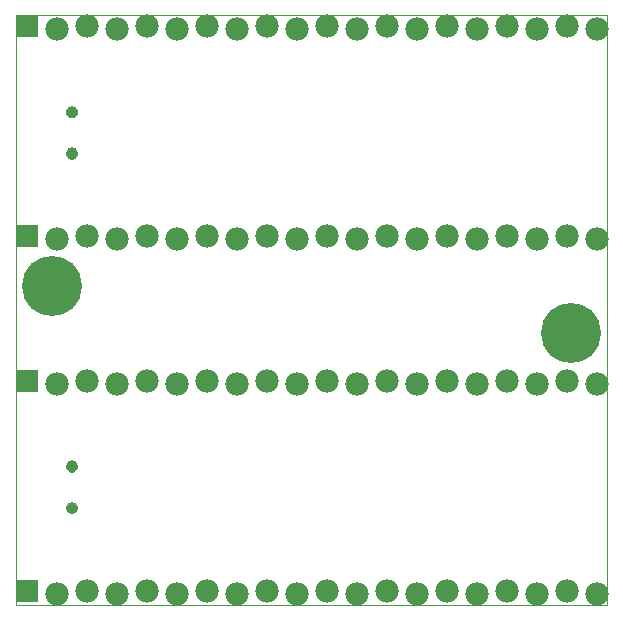
<source format=gbs>
G75*
G70*
%OFA0B0*%
%FSLAX24Y24*%
%IPPOS*%
%LPD*%
%AMOC8*
5,1,8,0,0,1.08239X$1,22.5*
%
%ADD10C,0.0000*%
%ADD11C,0.0394*%
%ADD12R,0.0780X0.0780*%
%ADD13C,0.0780*%
%ADD14C,0.2000*%
D10*
X001657Y006396D02*
X001657Y026081D01*
X021343Y026081D01*
X021343Y006396D01*
X001657Y006396D01*
X003323Y009644D02*
X003325Y009670D01*
X003331Y009696D01*
X003341Y009721D01*
X003354Y009744D01*
X003370Y009764D01*
X003390Y009782D01*
X003412Y009797D01*
X003435Y009809D01*
X003461Y009817D01*
X003487Y009821D01*
X003513Y009821D01*
X003539Y009817D01*
X003565Y009809D01*
X003589Y009797D01*
X003610Y009782D01*
X003630Y009764D01*
X003646Y009744D01*
X003659Y009721D01*
X003669Y009696D01*
X003675Y009670D01*
X003677Y009644D01*
X003675Y009618D01*
X003669Y009592D01*
X003659Y009567D01*
X003646Y009544D01*
X003630Y009524D01*
X003610Y009506D01*
X003588Y009491D01*
X003565Y009479D01*
X003539Y009471D01*
X003513Y009467D01*
X003487Y009467D01*
X003461Y009471D01*
X003435Y009479D01*
X003411Y009491D01*
X003390Y009506D01*
X003370Y009524D01*
X003354Y009544D01*
X003341Y009567D01*
X003331Y009592D01*
X003325Y009618D01*
X003323Y009644D01*
X003323Y011022D02*
X003325Y011048D01*
X003331Y011074D01*
X003341Y011099D01*
X003354Y011122D01*
X003370Y011142D01*
X003390Y011160D01*
X003412Y011175D01*
X003435Y011187D01*
X003461Y011195D01*
X003487Y011199D01*
X003513Y011199D01*
X003539Y011195D01*
X003565Y011187D01*
X003589Y011175D01*
X003610Y011160D01*
X003630Y011142D01*
X003646Y011122D01*
X003659Y011099D01*
X003669Y011074D01*
X003675Y011048D01*
X003677Y011022D01*
X003675Y010996D01*
X003669Y010970D01*
X003659Y010945D01*
X003646Y010922D01*
X003630Y010902D01*
X003610Y010884D01*
X003588Y010869D01*
X003565Y010857D01*
X003539Y010849D01*
X003513Y010845D01*
X003487Y010845D01*
X003461Y010849D01*
X003435Y010857D01*
X003411Y010869D01*
X003390Y010884D01*
X003370Y010902D01*
X003354Y010922D01*
X003341Y010945D01*
X003331Y010970D01*
X003325Y010996D01*
X003323Y011022D01*
X003323Y021455D02*
X003325Y021481D01*
X003331Y021507D01*
X003341Y021532D01*
X003354Y021555D01*
X003370Y021575D01*
X003390Y021593D01*
X003412Y021608D01*
X003435Y021620D01*
X003461Y021628D01*
X003487Y021632D01*
X003513Y021632D01*
X003539Y021628D01*
X003565Y021620D01*
X003589Y021608D01*
X003610Y021593D01*
X003630Y021575D01*
X003646Y021555D01*
X003659Y021532D01*
X003669Y021507D01*
X003675Y021481D01*
X003677Y021455D01*
X003675Y021429D01*
X003669Y021403D01*
X003659Y021378D01*
X003646Y021355D01*
X003630Y021335D01*
X003610Y021317D01*
X003588Y021302D01*
X003565Y021290D01*
X003539Y021282D01*
X003513Y021278D01*
X003487Y021278D01*
X003461Y021282D01*
X003435Y021290D01*
X003411Y021302D01*
X003390Y021317D01*
X003370Y021335D01*
X003354Y021355D01*
X003341Y021378D01*
X003331Y021403D01*
X003325Y021429D01*
X003323Y021455D01*
X003323Y022833D02*
X003325Y022859D01*
X003331Y022885D01*
X003341Y022910D01*
X003354Y022933D01*
X003370Y022953D01*
X003390Y022971D01*
X003412Y022986D01*
X003435Y022998D01*
X003461Y023006D01*
X003487Y023010D01*
X003513Y023010D01*
X003539Y023006D01*
X003565Y022998D01*
X003589Y022986D01*
X003610Y022971D01*
X003630Y022953D01*
X003646Y022933D01*
X003659Y022910D01*
X003669Y022885D01*
X003675Y022859D01*
X003677Y022833D01*
X003675Y022807D01*
X003669Y022781D01*
X003659Y022756D01*
X003646Y022733D01*
X003630Y022713D01*
X003610Y022695D01*
X003588Y022680D01*
X003565Y022668D01*
X003539Y022660D01*
X003513Y022656D01*
X003487Y022656D01*
X003461Y022660D01*
X003435Y022668D01*
X003411Y022680D01*
X003390Y022695D01*
X003370Y022713D01*
X003354Y022733D01*
X003341Y022756D01*
X003331Y022781D01*
X003325Y022807D01*
X003323Y022833D01*
D11*
X003500Y022833D03*
X003500Y021455D03*
X003500Y011022D03*
X003500Y009644D03*
D12*
X002000Y006883D03*
X002000Y013883D03*
X002000Y018694D03*
X002000Y025694D03*
D13*
X003000Y025594D03*
X004000Y025694D03*
X005000Y025594D03*
X006000Y025694D03*
X007000Y025594D03*
X008000Y025694D03*
X009000Y025594D03*
X010000Y025694D03*
X011000Y025594D03*
X012000Y025694D03*
X013000Y025594D03*
X014000Y025694D03*
X015000Y025594D03*
X016000Y025694D03*
X017000Y025594D03*
X018000Y025694D03*
X019000Y025594D03*
X020000Y025694D03*
X021000Y025594D03*
X020000Y018694D03*
X021000Y018594D03*
X019000Y018594D03*
X018000Y018694D03*
X017000Y018594D03*
X016000Y018694D03*
X015000Y018594D03*
X014000Y018694D03*
X013000Y018594D03*
X012000Y018694D03*
X011000Y018594D03*
X010000Y018694D03*
X009000Y018594D03*
X008000Y018694D03*
X007000Y018594D03*
X006000Y018694D03*
X005000Y018594D03*
X004000Y018694D03*
X003000Y018594D03*
X003000Y013783D03*
X004000Y013883D03*
X005000Y013783D03*
X006000Y013883D03*
X007000Y013783D03*
X008000Y013883D03*
X009000Y013783D03*
X010000Y013883D03*
X011000Y013783D03*
X012000Y013883D03*
X013000Y013783D03*
X014000Y013883D03*
X015000Y013783D03*
X016000Y013883D03*
X017000Y013783D03*
X018000Y013883D03*
X019000Y013783D03*
X020000Y013883D03*
X021000Y013783D03*
X020000Y006883D03*
X021000Y006783D03*
X019000Y006783D03*
X018000Y006883D03*
X017000Y006783D03*
X016000Y006883D03*
X015000Y006783D03*
X014000Y006883D03*
X013000Y006783D03*
X012000Y006883D03*
X011000Y006783D03*
X010000Y006883D03*
X009000Y006783D03*
X008000Y006883D03*
X007000Y006783D03*
X006000Y006883D03*
X005000Y006783D03*
X004000Y006883D03*
X003000Y006783D03*
D14*
X002839Y017026D03*
X020161Y015451D03*
M02*

</source>
